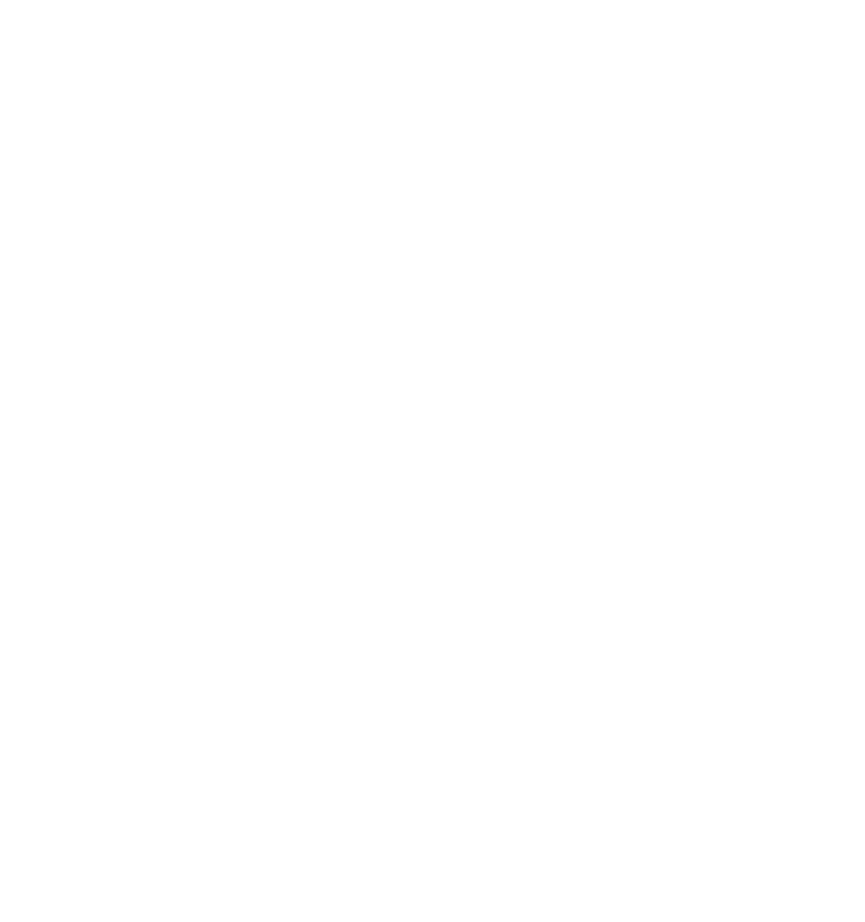
<source format=gbr>
%TF.GenerationSoftware,KiCad,Pcbnew,7.0.9*%
%TF.CreationDate,2024-08-20T19:33:21-06:00*%
%TF.ProjectId,4K layer,344b206c-6179-4657-922e-6b696361645f,rev?*%
%TF.SameCoordinates,Original*%
%TF.FileFunction,Legend,Top*%
%TF.FilePolarity,Positive*%
%FSLAX46Y46*%
G04 Gerber Fmt 4.6, Leading zero omitted, Abs format (unit mm)*
G04 Created by KiCad (PCBNEW 7.0.9) date 2024-08-20 19:33:21*
%MOMM*%
%LPD*%
G01*
G04 APERTURE LIST*
%ADD10C,0.100000*%
%ADD11C,0.150000*%
%ADD12C,3.450000*%
G04 APERTURE END LIST*
D10*
X32618030Y-13213241D02*
X32618030Y-12213241D01*
X32618030Y-12689431D02*
X33189458Y-12689431D01*
X33189458Y-13213241D02*
X33189458Y-12213241D01*
X34094220Y-12546574D02*
X34094220Y-13213241D01*
X33856125Y-12165622D02*
X33618030Y-12879907D01*
X33618030Y-12879907D02*
X34237077Y-12879907D01*
X100677900Y-13213241D02*
X100677900Y-12213241D01*
X100677900Y-12689431D02*
X101249328Y-12689431D01*
X101249328Y-13213241D02*
X101249328Y-12213241D01*
X102249328Y-13213241D02*
X101677900Y-13213241D01*
X101963614Y-13213241D02*
X101963614Y-12213241D01*
X101963614Y-12213241D02*
X101868376Y-12356098D01*
X101868376Y-12356098D02*
X101773138Y-12451336D01*
X101773138Y-12451336D02*
X101677900Y-12498955D01*
X100677900Y-86428886D02*
X100677900Y-85428886D01*
X100677900Y-85905076D02*
X101249328Y-85905076D01*
X101249328Y-86428886D02*
X101249328Y-85428886D01*
X101630281Y-85428886D02*
X102249328Y-85428886D01*
X102249328Y-85428886D02*
X101915995Y-85809838D01*
X101915995Y-85809838D02*
X102058852Y-85809838D01*
X102058852Y-85809838D02*
X102154090Y-85857457D01*
X102154090Y-85857457D02*
X102201709Y-85905076D01*
X102201709Y-85905076D02*
X102249328Y-86000314D01*
X102249328Y-86000314D02*
X102249328Y-86238409D01*
X102249328Y-86238409D02*
X102201709Y-86333647D01*
X102201709Y-86333647D02*
X102154090Y-86381267D01*
X102154090Y-86381267D02*
X102058852Y-86428886D01*
X102058852Y-86428886D02*
X101773138Y-86428886D01*
X101773138Y-86428886D02*
X101677900Y-86381267D01*
X101677900Y-86381267D02*
X101630281Y-86333647D01*
X32618030Y-86428886D02*
X32618030Y-85428886D01*
X32618030Y-85905076D02*
X33189458Y-85905076D01*
X33189458Y-86428886D02*
X33189458Y-85428886D01*
X33618030Y-85524124D02*
X33665649Y-85476505D01*
X33665649Y-85476505D02*
X33760887Y-85428886D01*
X33760887Y-85428886D02*
X33998982Y-85428886D01*
X33998982Y-85428886D02*
X34094220Y-85476505D01*
X34094220Y-85476505D02*
X34141839Y-85524124D01*
X34141839Y-85524124D02*
X34189458Y-85619362D01*
X34189458Y-85619362D02*
X34189458Y-85714600D01*
X34189458Y-85714600D02*
X34141839Y-85857457D01*
X34141839Y-85857457D02*
X33570411Y-86428886D01*
X33570411Y-86428886D02*
X34189458Y-86428886D01*
%LPC*%
D11*
X-27000000Y16800000D02*
X155000000Y16800000D01*
X155000000Y-164200000D01*
X-27000000Y-164200000D01*
X-27000000Y16800000D01*
G36*
X-27000000Y16800000D02*
G01*
X155000000Y16800000D01*
X155000000Y-164200000D01*
X-27000000Y-164200000D01*
X-27000000Y16800000D01*
G37*
D12*
%TO.C,H4*%
X33379935Y-35607822D03*
%TD*%
%TO.C,H1*%
X101439805Y-35607822D03*
%TD*%
%TO.C,H3*%
X101439805Y-108823467D03*
%TD*%
%TO.C,H2*%
X33379935Y-108823467D03*
%TD*%
%LPD*%
M02*

</source>
